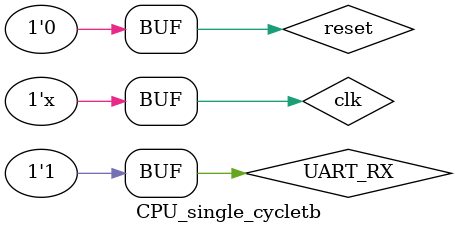
<source format=v>
module CPU_single_cycletb;
reg clk,reset,UART_RX;
wire UART_TX;
wire[3:0] AN;
wire[7:0] digital,led;
CPU_single_cycle single(clk,reset,led,AN,digital,UART_TX,UART_RX);
always #1 clk=~clk;
initial begin
 clk=0;
 reset=1;
 UART_RX=1;
 #10 reset=0;
 #128 UART_RX=0;
 #128 UART_RX=1;
 #128 UART_RX=0;
 #128 UART_RX=0;
 #128 UART_RX=0;
 #128 UART_RX=0;
 #128 UART_RX=0;
 #128 UART_RX=0;
 #128 UART_RX=0; //00011000
 #640 UART_RX=1;
 #128 UART_RX=0;
 #128 UART_RX=1;
 #128 UART_RX=1;
 #128 UART_RX=1;
 #128 UART_RX=1;
 #128 UART_RX=1;
 #128 UART_RX=1;
 #128 UART_RX=1;
 #128 UART_RX=1; //00100100
 #128 UART_RX=1;
 /*#3200 UART_RX=1;
 #32 UART_RX=0;
 #32 UART_RX=0;
 #32 UART_RX=0;
 #32 UART_RX=0;
 #32 UART_RX=0;
 #32 UART_RX=1;
 #32 UART_RX=1;
 #32 UART_RX=0;
 #32 UART_RX=0; //00110000
 #160 UART_RX=1;
 #32 UART_RX=0;
 #32 UART_RX=0;
 #32 UART_RX=0;
 #32 UART_RX=0;
 #32 UART_RX=1;
 #32 UART_RX=0;
 #32 UART_RX=0;
 #32 UART_RX=1;
 #32 UART_RX=0; //01001000
 #32 UART_RX=1;*/
 
 end
endmodule

</source>
